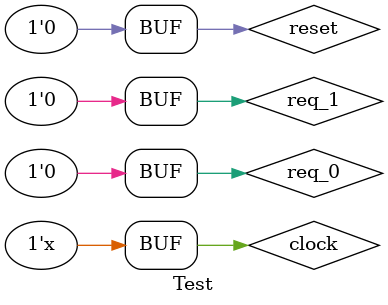
<source format=v>
`timescale 1ns / 1ps


module Test;

	// Inputs
	reg clock;
	reg reset;
	reg req_0;
	reg req_1;

	// Outputs
	wire gnt_0;
	wire gnt_1;

	// Instantiate the Unit Under Test (UUT)
	StateMachine uut (
		.clock(clock), 
		.reset(reset), 
		.req_0(req_0), 
		.req_1(req_1), 
		.gnt_0(gnt_0), 
		.gnt_1(gnt_1)
	);

always #(5) clock = ~clock;

	initial begin
		// Initialize Inputs
		clock = 0;
		reset = 0;
		req_0 = 0;
		req_1 = 0;

		// Wait 100 ns for global reset to finish
		#100;
        
		// Add stimulus here

	end
      
endmodule


</source>
